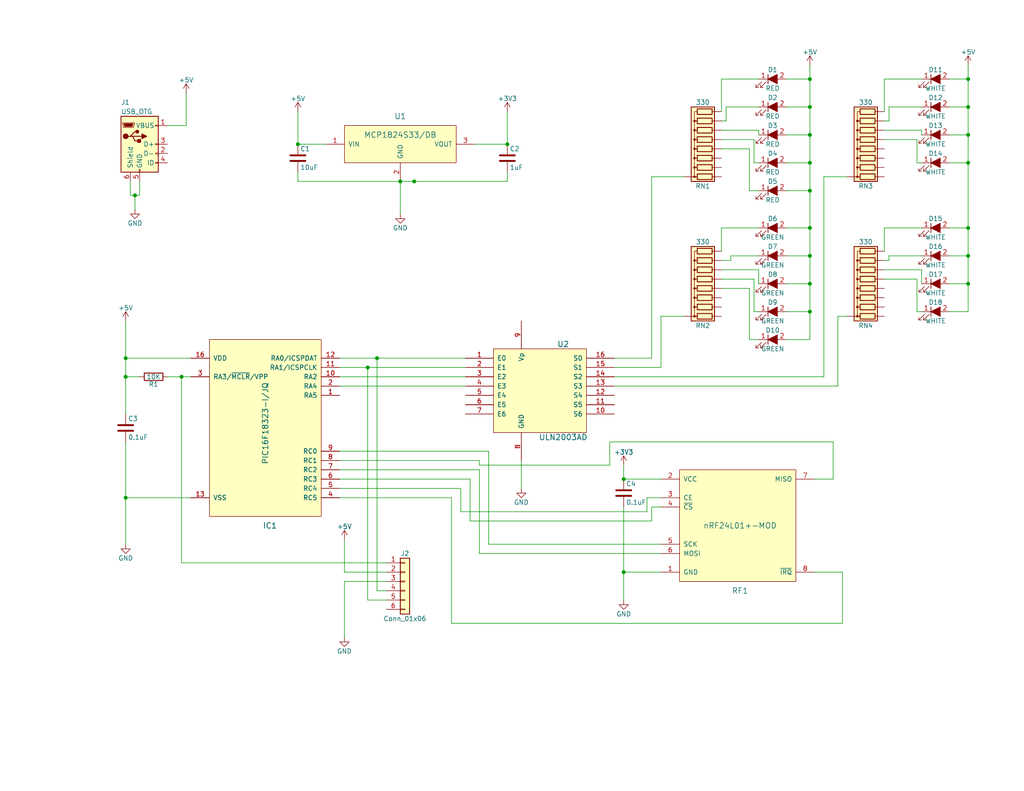
<source format=kicad_sch>
(kicad_sch (version 20230121) (generator eeschema)
  (paper "USLetter")
  (title_block (title "Wireless Fencing Score Indicator - Receiver") (date "2018-03-01") (rev "1") (company "David's Makerworks - David Rice") (comment 1 "github.com/davidsmakerworks"))
  (lib_symbols
    (symbol "FencingScoreRecv-rescue:+3.3V" (power) (pin_names (offset 0))
      (property "Value" "+3.3V" (at 0 3.556 0))
      (symbol "+3.3V_0_1"
        (polyline (pts (xy -0.762 1.27) (xy 0 2.54)))
        (polyline (pts (xy 0 0) (xy 0 2.54)))
        (polyline (pts (xy 0 2.54) (xy 0.762 1.27)))
      )
      (symbol "+3.3V_1_1"
        (pin power_in line (at 0 0 90) (length 0) hide (name "+3V3") (number "1"))
      )
    )
    (symbol "FencingScoreRecv-rescue:+5V" (power) (pin_names (offset 0))
      (property "Value" "+5V" (at 0 3.556 0))
      (symbol "+5V_0_1"
        (polyline (pts (xy -0.762 1.27) (xy 0 2.54)))
        (polyline (pts (xy 0 0) (xy 0 2.54)))
        (polyline (pts (xy 0 2.54) (xy 0.762 1.27)))
      )
      (symbol "+5V_1_1"
        (pin power_in line (at 0 0 90) (length 0) hide (name "+5V") (number "1"))
      )
    )
    (symbol "FencingScoreRecv-rescue:C" (pin_numbers hide) (pin_names (offset 0.254))
      (property "Reference" "C" (at 0.635 2.54 0))
      (property "Value" "C" (at 0.635 -2.54 0))
      (symbol "C_0_1"
        (polyline (pts (xy -2.032 -0.762) (xy 2.032 -0.762)) (stroke (width 0.508)))
        (polyline (pts (xy -2.032 0.762) (xy 2.032 0.762)) (stroke (width 0.508)))
      )
      (symbol "C_1_1"
        (pin passive line (at 0 3.81 270) (length 2.794) (name "~") (number "1"))
        (pin passive line (at 0 -3.81 90) (length 2.794) (name "~") (number "2"))
      )
    )
    (symbol "FencingScoreRecv-rescue:Conn_01x06" (pin_names (offset 1.016) hide)
      (property "Reference" "J" (at 0 7.62 0))
      (property "Value" "Conn_01x06" (at 0 -10.16 0))
      (symbol "Conn_01x06_1_1"
        (rectangle (start -1.27 -7.493) (end 0 -7.747) (stroke (width 0.1524)))
        (rectangle (start -1.27 -4.953) (end 0 -5.207) (stroke (width 0.1524)))
        (rectangle (start -1.27 -2.413) (end 0 -2.667) (stroke (width 0.1524)))
        (rectangle (start -1.27 0.127) (end 0 -0.127) (stroke (width 0.1524)))
        (rectangle (start -1.27 2.667) (end 0 2.413) (stroke (width 0.1524)))
        (rectangle (start -1.27 5.207) (end 0 4.953) (stroke (width 0.1524)))
        (rectangle (start -1.27 6.35) (end 1.27 -8.89) (stroke (width 0.254)) (fill (type background)))
        (pin passive line (at -5.08 5.08 0) (length 3.81) (name "Pin_1") (number "1"))
        (pin passive line (at -5.08 2.54 0) (length 3.81) (name "Pin_2") (number "2"))
        (pin passive line (at -5.08 0 0) (length 3.81) (name "Pin_3") (number "3"))
        (pin passive line (at -5.08 -2.54 0) (length 3.81) (name "Pin_4") (number "4"))
        (pin passive line (at -5.08 -5.08 0) (length 3.81) (name "Pin_5") (number "5"))
        (pin passive line (at -5.08 -7.62 0) (length 3.81) (name "Pin_6") (number "6"))
      )
    )
    (symbol "FencingScoreRecv-rescue:GND" (power) (pin_names (offset 0))
      (property "Value" "GND" (at 0 -3.81 0))
      (symbol "GND_0_1"
        (polyline (pts (xy 0 0) (xy 0 -1.27) (xy 1.27 -1.27) (xy 0 -2.54) (xy -1.27 -1.27) (xy 0 -1.27)))
      )
      (symbol "GND_1_1"
        (pin power_in line (at 0 0 270) (length 0) hide (name "GND") (number "1"))
      )
    )
    (symbol "FencingScoreRecv-rescue:LED_ALT" (pin_names (offset 1.016) hide)
      (property "Reference" "D" (at 0 2.54 0))
      (property "Value" "LED_ALT" (at 0 -2.54 0))
      (symbol "LED_ALT_0_1"
        (polyline (pts (xy -1.27 -1.27) (xy -1.27 1.27)) (stroke (width 0.2032)))
        (polyline (pts (xy -1.27 0) (xy 1.27 0)))
        (polyline (pts (xy 1.27 -1.27) (xy 1.27 1.27) (xy -1.27 0) (xy 1.27 -1.27)) (stroke (width 0.2032)) (fill (type outline)))
        (polyline (pts (xy -3.048 -0.762) (xy -4.572 -2.286) (xy -3.81 -2.286) (xy -4.572 -2.286) (xy -4.572 -1.524)))
        (polyline (pts (xy -1.778 -0.762) (xy -3.302 -2.286) (xy -2.54 -2.286) (xy -3.302 -2.286) (xy -3.302 -1.524)))
      )
      (symbol "LED_ALT_1_1"
        (pin passive line (at -3.81 0 0) (length 2.54) (name "K") (number "1"))
        (pin passive line (at 3.81 0 180) (length 2.54) (name "A") (number "2"))
      )
    )
    (symbol "FencingScoreRecv-rescue:MCP1824S33_DB" (pin_names (offset 1.016))
      (property "Reference" "U" (at 0 7.62 0))
      (property "Value" "MCP1824S33_DB" (at 0 2.54 0))
      (symbol "MCP1824S33_DB_0_1"
        (rectangle (start -15.24 5.08) (end 15.24 -5.08) (fill (type background)))
      )
      (symbol "MCP1824S33_DB_1_1"
        (pin power_in line (at -20.32 0 0) (length 5.08) (name "VIN") (number "1"))
        (pin power_out line (at 0 -10.16 90) (length 5.08) (name "GND") (number "2"))
        (pin power_out line (at 20.32 0 180) (length 5.08) (name "VOUT") (number "3"))
        (pin power_out line (at 3.81 -10.16 90) (length 5.08) hide (name "GND") (number "4"))
      )
    )
    (symbol "FencingScoreRecv-rescue:PIC16F18323-I_JQ" (pin_names (offset 1.016))
      (property "Reference" "IC" (at 1.27 -27.94 0))
      (property "Value" "PIC16F18323-I_JQ" (at 0 0 90))
      (symbol "PIC16F18323-I_JQ_0_1"
        (rectangle (start -15.24 22.86) (end 15.24 -25.4) (fill (type background)))
      )
      (symbol "PIC16F18323-I_JQ_1_1"
        (pin bidirectional line (at 20.32 7.62 180) (length 5.08) (name "RA5") (number "1"))
        (pin bidirectional line (at 20.32 12.7 180) (length 5.08) (name "RA2") (number "10"))
        (pin bidirectional line (at 20.32 15.24 180) (length 5.08) (name "RA1/ICSPCLK") (number "11"))
        (pin bidirectional line (at 20.32 17.78 180) (length 5.08) (name "RA0/ICSPDAT") (number "12"))
        (pin bidirectional line (at -20.32 -20.32 0) (length 5.08) (name "VSS") (number "13"))
        (pin no_connect line (at -20.32 1.27 0) (length 5.08) hide (name "NC") (number "14"))
        (pin no_connect line (at -20.32 -1.27 0) (length 5.08) hide (name "NC") (number "15"))
        (pin power_in line (at -20.32 17.78 0) (length 5.08) (name "VDD") (number "16"))
        (pin bidirectional line (at 20.32 10.16 180) (length 5.08) (name "RA4") (number "2"))
        (pin bidirectional line (at -20.32 12.7 0) (length 5.08) (name "RA3/~{MCLR}/VPP") (number "3"))
        (pin bidirectional line (at 20.32 -20.32 180) (length 5.08) (name "RC5") (number "4"))
        (pin bidirectional line (at 20.32 -17.78 180) (length 5.08) (name "RC4") (number "5"))
        (pin bidirectional line (at 20.32 -15.24 180) (length 5.08) (name "RC3") (number "6"))
        (pin bidirectional line (at 20.32 -12.7 180) (length 5.08) (name "RC2") (number "7"))
        (pin bidirectional line (at 20.32 -10.16 180) (length 5.08) (name "RC1") (number "8"))
        (pin bidirectional line (at 20.32 -7.62 180) (length 5.08) (name "RC0") (number "9"))
      )
    )
    (symbol "FencingScoreRecv-rescue:R" (pin_numbers hide) (pin_names (offset 0))
      (property "Reference" "R" (at 2.032 0 90))
      (property "Value" "R" (at 0 0 90))
      (symbol "R_0_1"
        (rectangle (start -1.016 -2.54) (end 1.016 2.54) (stroke (width 0.254)))
      )
      (symbol "R_1_1"
        (pin passive line (at 0 3.81 270) (length 1.27) (name "~") (number "1"))
        (pin passive line (at 0 -3.81 90) (length 1.27) (name "~") (number "2"))
      )
    )
    (symbol "FencingScoreRecv-rescue:R_Network08" (pin_numbers hide) (pin_names (offset 0) hide)
      (property "Reference" "RN" (at -12.7 0 90))
      (property "Value" "R_Network08" (at 10.16 0 90))
      (symbol "R_Network08_0_1"
        (rectangle (start -11.43 -3.175) (end 8.89 3.175) (stroke (width 0.254)) (fill (type background)))
        (rectangle (start -10.922 1.524) (end -9.398 -2.54) (stroke (width 0.254)))
        (circle (center -10.16 2.286) (radius 0.254) (fill (type outline)))
        (rectangle (start -8.382 1.524) (end -6.858 -2.54) (stroke (width 0.254)))
        (circle (center -7.62 2.286) (radius 0.254) (fill (type outline)))
        (rectangle (start -5.842 1.524) (end -4.318 -2.54) (stroke (width 0.254)))
        (circle (center -5.08 2.286) (radius 0.254) (fill (type outline)))
        (rectangle (start -3.302 1.524) (end -1.778 -2.54) (stroke (width 0.254)))
        (circle (center -2.54 2.286) (radius 0.254) (fill (type outline)))
        (rectangle (start -0.762 1.524) (end 0.762 -2.54) (stroke (width 0.254)))
        (polyline (pts (xy -10.16 2.54) (xy -10.16 1.524)))
        (polyline (pts (xy -10.16 1.524) (xy -10.16 2.286) (xy -7.62 2.286) (xy -7.62 1.524)))
        (polyline (pts (xy -7.62 1.524) (xy -7.62 2.286) (xy -5.08 2.286) (xy -5.08 1.524)))
        (polyline (pts (xy -5.08 1.524) (xy -5.08 2.286) (xy -2.54 2.286) (xy -2.54 1.524)))
        (polyline (pts (xy -2.54 1.524) (xy -2.54 2.286) (xy 0 2.286) (xy 0 1.524)))
        (polyline (pts (xy 0 1.524) (xy 0 2.286) (xy 2.54 2.286) (xy 2.54 1.524)))
        (polyline (pts (xy 2.54 1.524) (xy 2.54 2.286) (xy 5.08 2.286) (xy 5.08 1.524)))
        (polyline (pts (xy 5.08 1.524) (xy 5.08 2.286) (xy 7.62 2.286) (xy 7.62 1.524)))
        (circle (center 0 2.286) (radius 0.254) (fill (type outline)))
        (rectangle (start 1.778 1.524) (end 3.302 -2.54) (stroke (width 0.254)))
        (circle (center 2.54 2.286) (radius 0.254) (fill (type outline)))
        (rectangle (start 4.318 1.524) (end 5.842 -2.54) (stroke (width 0.254)))
        (circle (center 5.08 2.286) (radius 0.254) (fill (type outline)))
        (rectangle (start 6.858 1.524) (end 8.382 -2.54) (stroke (width 0.254)))
      )
      (symbol "R_Network08_1_1"
        (pin passive line (at -10.16 5.08 270) (length 2.54) (name "common") (number "1"))
        (pin passive line (at -10.16 -5.08 90) (length 2.54) (name "R1") (number "2"))
        (pin passive line (at -7.62 -5.08 90) (length 2.54) (name "R2") (number "3"))
        (pin passive line (at -5.08 -5.08 90) (length 2.54) (name "R3") (number "4"))
        (pin passive line (at -2.54 -5.08 90) (length 2.54) (name "R4") (number "5"))
        (pin passive line (at 0 -5.08 90) (length 2.54) (name "R5") (number "6"))
        (pin passive line (at 2.54 -5.08 90) (length 2.54) (name "R6") (number "7"))
        (pin passive line (at 5.08 -5.08 90) (length 2.54) (name "R7") (number "8"))
        (pin passive line (at 7.62 -5.08 90) (length 2.54) (name "R8") (number "9"))
      )
    )
    (symbol "FencingScoreRecv-rescue:ULN2003AD" (pin_names (offset 1.016))
      (property "Reference" "U" (at 6.35 12.7 0))
      (property "Value" "ULN2003AD" (at 6.35 -12.7 0))
      (symbol "ULN2003AD_0_1"
        (rectangle (start -12.7 11.43) (end 12.7 -11.43) (fill (type background)))
      )
      (symbol "ULN2003AD_1_1"
        (pin passive line (at -20.32 8.89 0) (length 7.62) (name "E0") (number "1"))
        (pin passive line (at 20.32 -6.35 180) (length 7.62) (name "S6") (number "10"))
        (pin passive line (at 20.32 -3.81 180) (length 7.62) (name "S5") (number "11"))
        (pin passive line (at 20.32 -1.27 180) (length 7.62) (name "S4") (number "12"))
        (pin passive line (at 20.32 1.27 180) (length 7.62) (name "S3") (number "13"))
        (pin passive line (at 20.32 3.81 180) (length 7.62) (name "S2") (number "14"))
        (pin passive line (at 20.32 6.35 180) (length 7.62) (name "S1") (number "15"))
        (pin passive line (at 20.32 8.89 180) (length 7.62) (name "S0") (number "16"))
        (pin passive line (at -20.32 6.35 0) (length 7.62) (name "E1") (number "2"))
        (pin passive line (at -20.32 3.81 0) (length 7.62) (name "E2") (number "3"))
        (pin passive line (at -20.32 1.27 0) (length 7.62) (name "E3") (number "4"))
        (pin passive line (at -20.32 -1.27 0) (length 7.62) (name "E4") (number "5"))
        (pin passive line (at -20.32 -3.81 0) (length 7.62) (name "E5") (number "6"))
        (pin passive line (at -20.32 -6.35 0) (length 7.62) (name "E6") (number "7"))
        (pin passive line (at -5.08 -19.05 90) (length 7.62) (name "GND") (number "8"))
        (pin passive line (at -5.08 19.05 270) (length 7.62) (name "Vp") (number "9"))
      )
    )
    (symbol "FencingScoreRecv-rescue:USB_OTG" (pin_names (offset 1.016))
      (property "Reference" "J" (at -5.08 11.43 0))
      (property "Value" "USB_OTG" (at -5.08 8.89 0))
      (symbol "USB_OTG_0_1"
        (rectangle (start -5.08 -7.62) (end 5.08 7.62) (stroke (width 0.254)) (fill (type background)))
        (circle (center -3.81 2.159) (radius 0.635) (stroke (width 0.254)) (fill (type outline)))
        (circle (center -0.635 3.429) (radius 0.381) (stroke (width 0.254)) (fill (type outline)))
        (rectangle (start -0.127 -7.62) (end 0.127 -6.858))
        (polyline (pts (xy -1.905 2.159) (xy 0.635 2.159)) (stroke (width 0.254)))
        (polyline (pts (xy -3.175 2.159) (xy -2.54 2.159) (xy -1.27 3.429) (xy -0.635 3.429)) (stroke (width 0.254)))
        (polyline (pts (xy -2.54 2.159) (xy -1.905 2.159) (xy -1.27 0.889) (xy 0 0.889)) (stroke (width 0.254)))
        (polyline (pts (xy 0.635 2.794) (xy 0.635 1.524) (xy 1.905 2.159) (xy 0.635 2.794)) (stroke (width 0.254)) (fill (type outline)))
        (polyline (pts (xy -4.318 5.588) (xy -1.778 5.588) (xy -2.032 4.826) (xy -4.064 4.826) (xy -4.318 5.588)) (fill (type outline)))
        (polyline (pts (xy -4.699 5.842) (xy -4.699 5.588) (xy -4.445 4.826) (xy -4.445 4.572) (xy -1.651 4.572) (xy -1.651 4.826) (xy -1.397 5.588) (xy -1.397 5.842) (xy -4.699 5.842)))
        (rectangle (start 0.254 1.27) (end -0.508 0.508) (stroke (width 0.254)) (fill (type outline)))
        (rectangle (start 5.08 -5.207) (end 4.318 -4.953))
        (rectangle (start 5.08 -2.667) (end 4.318 -2.413))
        (rectangle (start 5.08 -0.127) (end 4.318 0.127))
        (rectangle (start 5.08 4.953) (end 4.318 5.207))
      )
      (symbol "USB_OTG_1_1"
        (pin power_in line (at 7.62 5.08 180) (length 2.54) (name "VBUS") (number "1"))
        (pin passive line (at 7.62 -2.54 180) (length 2.54) (name "D-") (number "2"))
        (pin passive line (at 7.62 0 180) (length 2.54) (name "D+") (number "3"))
        (pin passive line (at 7.62 -5.08 180) (length 2.54) (name "ID") (number "4"))
        (pin power_in line (at 0 -10.16 90) (length 2.54) (name "GND") (number "5"))
        (pin passive line (at -2.54 -10.16 90) (length 2.54) (name "Shield") (number "6"))
      )
    )
    (symbol "FencingScoreRecv-rescue:nRF24L01+-MOD" (pin_names (offset 1.016))
      (property "Reference" "RF" (at 0 -17.78 0))
      (property "Value" "nRF24L01+-MOD" (at 0 0 0))
      (symbol "nRF24L01+-MOD_0_1"
        (rectangle (start -16.51 15.24) (end 15.24 -15.24) (fill (type background)))
      )
      (symbol "nRF24L01+-MOD_1_1"
        (pin power_out line (at -21.59 -12.7 0) (length 5.08) (name "GND") (number "1"))
        (pin power_in line (at -21.59 12.7 0) (length 5.08) (name "VCC") (number "2"))
        (pin input line (at -21.59 7.62 0) (length 5.08) (name "CE") (number "3"))
        (pin input line (at -21.59 5.08 0) (length 5.08) (name "~{CS}") (number "4"))
        (pin input line (at -21.59 -5.08 0) (length 5.08) (name "SCK") (number "5"))
        (pin input line (at -21.59 -7.62 0) (length 5.08) (name "MOSI") (number "6"))
        (pin output line (at 20.32 12.7 180) (length 5.08) (name "MISO") (number "7"))
        (pin output line (at 20.32 -12.7 180) (length 5.08) (name "~{IRQ}") (number "8"))
      )
    )
  )
  (junction (at 264.16 69.85))
  (junction (at 49.53 102.87))
  (junction (at 220.98 62.23))
  (junction (at 264.16 21.59))
  (junction (at 264.16 36.83))
  (junction (at 170.18 130.81))
  (junction (at 138.43 39.37))
  (junction (at 34.29 97.79))
  (junction (at 102.87 97.79))
  (junction (at 220.98 85.09))
  (junction (at 100.33 100.33))
  (junction (at 220.98 21.59))
  (junction (at 220.98 69.85))
  (junction (at 220.98 44.45))
  (junction (at 264.16 62.23))
  (junction (at 109.22 49.53))
  (junction (at 34.29 102.87))
  (junction (at 220.98 29.21))
  (junction (at 34.29 135.89))
  (junction (at 220.98 36.83))
  (junction (at 264.16 77.47))
  (junction (at 264.16 29.21))
  (junction (at 264.16 44.45))
  (junction (at 113.03 49.53))
  (junction (at 220.98 52.07))
  (junction (at 81.28 39.37))
  (junction (at 170.18 156.21))
  (junction (at 36.83 53.34))
  (junction (at 220.98 77.47))
  (wire (pts (xy 242.57 33.02) (xy 242.57 29.21)))
  (wire (pts (xy 52.07 102.87) (xy 49.53 102.87)))
  (wire (pts (xy 176.53 135.89) (xy 180.34 135.89)))
  (wire (pts (xy 176.53 139.7) (xy 176.53 135.89)))
  (wire (pts (xy 93.98 156.21) (xy 93.98 147.32)))
  (wire (pts (xy 45.72 34.29) (xy 50.8 34.29)))
  (wire (pts (xy 92.71 123.19) (xy 133.35 123.19)))
  (wire (pts (xy 220.98 44.45) (xy 220.98 52.07)))
  (wire (pts (xy 220.98 85.09) (xy 220.98 92.71)))
  (wire (pts (xy 241.3 62.23) (xy 251.46 62.23)))
  (wire (pts (xy 105.41 153.67) (xy 49.53 153.67)))
  (wire (pts (xy 36.83 53.34) (xy 38.1 53.34)))
  (wire (pts (xy 36.83 53.34) (xy 36.83 57.15)))
  (wire (pts (xy 88.9 39.37) (xy 81.28 39.37)))
  (wire (pts (xy 196.85 21.59) (xy 196.85 30.48)))
  (wire (pts (xy 214.63 85.09) (xy 220.98 85.09)))
  (wire (pts (xy 196.85 62.23) (xy 196.85 68.58)))
  (wire (pts (xy 34.29 87.63) (xy 34.29 97.79)))
  (wire (pts (xy 92.71 130.81) (xy 128.27 130.81)))
  (wire (pts (xy 224.79 102.87) (xy 224.79 48.26)))
  (wire (pts (xy 204.47 52.07) (xy 207.01 52.07)))
  (wire (pts (xy 205.74 85.09) (xy 205.74 76.2)))
  (wire (pts (xy 220.98 69.85) (xy 220.98 77.47)))
  (wire (pts (xy 128.27 142.24) (xy 177.8 142.24)))
  (wire (pts (xy 34.29 97.79) (xy 34.29 102.87)))
  (wire (pts (xy 180.34 130.81) (xy 170.18 130.81)))
  (wire (pts (xy 224.79 48.26) (xy 231.14 48.26)))
  (wire (pts (xy 259.08 44.45) (xy 264.16 44.45)))
  (wire (pts (xy 222.25 156.21) (xy 229.87 156.21)))
  (wire (pts (xy 207.01 73.66) (xy 196.85 73.66)))
  (wire (pts (xy 109.22 49.53) (xy 109.22 58.42)))
  (wire (pts (xy 207.01 92.71) (xy 204.47 92.71)))
  (wire (pts (xy 198.12 29.21) (xy 207.01 29.21)))
  (wire (pts (xy 125.73 139.7) (xy 176.53 139.7)))
  (wire (pts (xy 133.35 123.19) (xy 133.35 148.59)))
  (wire (pts (xy 177.8 48.26) (xy 186.69 48.26)))
  (wire (pts (xy 180.34 100.33) (xy 180.34 86.36)))
  (wire (pts (xy 241.3 68.58) (xy 241.3 62.23)))
  (wire (pts (xy 250.19 76.2) (xy 250.19 85.09)))
  (wire (pts (xy 123.19 135.89) (xy 92.71 135.89)))
  (wire (pts (xy 220.98 77.47) (xy 220.98 85.09)))
  (wire (pts (xy 241.3 38.1) (xy 250.19 38.1)))
  (wire (pts (xy 250.19 85.09) (xy 251.46 85.09)))
  (wire (pts (xy 228.6 86.36) (xy 231.14 86.36)))
  (wire (pts (xy 259.08 36.83) (xy 264.16 36.83)))
  (wire (pts (xy 35.56 49.53) (xy 35.56 53.34)))
  (wire (pts (xy 241.3 30.48) (xy 241.3 21.59)))
  (wire (pts (xy 92.71 105.41) (xy 127 105.41)))
  (wire (pts (xy 227.33 130.81) (xy 222.25 130.81)))
  (wire (pts (xy 250.19 38.1) (xy 250.19 44.45)))
  (wire (pts (xy 198.12 33.02) (xy 198.12 29.21)))
  (wire (pts (xy 133.35 148.59) (xy 180.34 148.59)))
  (wire (pts (xy 50.8 34.29) (xy 50.8 25.4)))
  (wire (pts (xy 177.8 142.24) (xy 177.8 138.43)))
  (wire (pts (xy 81.28 49.53) (xy 109.22 49.53)))
  (wire (pts (xy 142.24 125.73) (xy 142.24 133.35)))
  (wire (pts (xy 92.71 133.35) (xy 125.73 133.35)))
  (wire (pts (xy 199.39 71.12) (xy 196.85 71.12)))
  (wire (pts (xy 52.07 135.89) (xy 34.29 135.89)))
  (wire (pts (xy 35.56 53.34) (xy 36.83 53.34)))
  (wire (pts (xy 113.03 49.53) (xy 138.43 49.53)))
  (wire (pts (xy 130.81 125.73) (xy 130.81 127)))
  (wire (pts (xy 130.81 127) (xy 166.37 127)))
  (wire (pts (xy 214.63 62.23) (xy 220.98 62.23)))
  (wire (pts (xy 128.27 130.81) (xy 128.27 142.24)))
  (wire (pts (xy 49.53 153.67) (xy 49.53 102.87)))
  (wire (pts (xy 177.8 138.43) (xy 180.34 138.43)))
  (wire (pts (xy 259.08 62.23) (xy 264.16 62.23)))
  (wire (pts (xy 125.73 133.35) (xy 125.73 139.7)))
  (wire (pts (xy 123.19 170.18) (xy 123.19 135.89)))
  (wire (pts (xy 242.57 29.21) (xy 251.46 29.21)))
  (wire (pts (xy 92.71 128.27) (xy 130.81 128.27)))
  (wire (pts (xy 92.71 100.33) (xy 100.33 100.33)))
  (wire (pts (xy 81.28 46.99) (xy 81.28 49.53)))
  (wire (pts (xy 264.16 69.85) (xy 264.16 62.23)))
  (wire (pts (xy 92.71 125.73) (xy 130.81 125.73)))
  (wire (pts (xy 264.16 36.83) (xy 264.16 29.21)))
  (wire (pts (xy 264.16 85.09) (xy 264.16 77.47)))
  (wire (pts (xy 205.74 76.2) (xy 196.85 76.2)))
  (wire (pts (xy 259.08 21.59) (xy 264.16 21.59)))
  (wire (pts (xy 34.29 120.65) (xy 34.29 135.89)))
  (wire (pts (xy 241.3 76.2) (xy 250.19 76.2)))
  (wire (pts (xy 199.39 69.85) (xy 199.39 71.12)))
  (wire (pts (xy 214.63 29.21) (xy 220.98 29.21)))
  (wire (pts (xy 220.98 52.07) (xy 220.98 62.23)))
  (wire (pts (xy 52.07 97.79) (xy 34.29 97.79)))
  (wire (pts (xy 166.37 127) (xy 166.37 120.65)))
  (wire (pts (xy 38.1 53.34) (xy 38.1 49.53)))
  (wire (pts (xy 220.98 29.21) (xy 220.98 36.83)))
  (wire (pts (xy 204.47 40.64) (xy 204.47 52.07)))
  (wire (pts (xy 214.63 44.45) (xy 220.98 44.45)))
  (wire (pts (xy 264.16 77.47) (xy 264.16 69.85)))
  (wire (pts (xy 207.01 85.09) (xy 205.74 85.09)))
  (wire (pts (xy 102.87 161.29) (xy 102.87 97.79)))
  (wire (pts (xy 227.33 120.65) (xy 227.33 130.81)))
  (wire (pts (xy 167.64 100.33) (xy 180.34 100.33)))
  (wire (pts (xy 220.98 92.71) (xy 214.63 92.71)))
  (wire (pts (xy 264.16 62.23) (xy 264.16 44.45)))
  (wire (pts (xy 180.34 86.36) (xy 186.69 86.36)))
  (wire (pts (xy 214.63 36.83) (xy 220.98 36.83)))
  (wire (pts (xy 207.01 77.47) (xy 207.01 73.66)))
  (wire (pts (xy 207.01 69.85) (xy 199.39 69.85)))
  (wire (pts (xy 105.41 161.29) (xy 102.87 161.29)))
  (wire (pts (xy 241.3 33.02) (xy 242.57 33.02)))
  (wire (pts (xy 138.43 30.48) (xy 138.43 39.37)))
  (wire (pts (xy 205.74 38.1) (xy 205.74 44.45)))
  (wire (pts (xy 204.47 78.74) (xy 196.85 78.74)))
  (wire (pts (xy 170.18 138.43) (xy 170.18 156.21)))
  (wire (pts (xy 93.98 158.75) (xy 93.98 173.99)))
  (wire (pts (xy 92.71 97.79) (xy 102.87 97.79)))
  (wire (pts (xy 130.81 151.13) (xy 180.34 151.13)))
  (wire (pts (xy 196.85 33.02) (xy 198.12 33.02)))
  (wire (pts (xy 207.01 62.23) (xy 196.85 62.23)))
  (wire (pts (xy 180.34 156.21) (xy 170.18 156.21)))
  (wire (pts (xy 196.85 35.56) (xy 207.01 35.56)))
  (wire (pts (xy 81.28 39.37) (xy 81.28 30.48)))
  (wire (pts (xy 102.87 97.79) (xy 127 97.79)))
  (wire (pts (xy 214.63 21.59) (xy 220.98 21.59)))
  (wire (pts (xy 241.3 35.56) (xy 251.46 35.56)))
  (wire (pts (xy 170.18 156.21) (xy 170.18 163.83)))
  (wire (pts (xy 105.41 156.21) (xy 93.98 156.21)))
  (wire (pts (xy 138.43 49.53) (xy 138.43 46.99)))
  (wire (pts (xy 242.57 71.12) (xy 242.57 69.85)))
  (wire (pts (xy 167.64 105.41) (xy 228.6 105.41)))
  (wire (pts (xy 241.3 73.66) (xy 251.46 73.66)))
  (wire (pts (xy 207.01 21.59) (xy 196.85 21.59)))
  (wire (pts (xy 229.87 170.18) (xy 123.19 170.18)))
  (wire (pts (xy 34.29 135.89) (xy 34.29 148.59)))
  (wire (pts (xy 34.29 102.87) (xy 34.29 113.03)))
  (wire (pts (xy 100.33 100.33) (xy 127 100.33)))
  (wire (pts (xy 196.85 38.1) (xy 205.74 38.1)))
  (wire (pts (xy 38.1 102.87) (xy 34.29 102.87)))
  (wire (pts (xy 205.74 44.45) (xy 207.01 44.45)))
  (wire (pts (xy 214.63 69.85) (xy 220.98 69.85)))
  (wire (pts (xy 220.98 36.83) (xy 220.98 44.45)))
  (wire (pts (xy 167.64 102.87) (xy 224.79 102.87)))
  (wire (pts (xy 228.6 105.41) (xy 228.6 86.36)))
  (wire (pts (xy 167.64 97.79) (xy 177.8 97.79)))
  (wire (pts (xy 259.08 69.85) (xy 264.16 69.85)))
  (wire (pts (xy 264.16 21.59) (xy 264.16 17.78)))
  (wire (pts (xy 130.81 128.27) (xy 130.81 151.13)))
  (wire (pts (xy 241.3 71.12) (xy 242.57 71.12)))
  (wire (pts (xy 259.08 85.09) (xy 264.16 85.09)))
  (wire (pts (xy 259.08 29.21) (xy 264.16 29.21)))
  (wire (pts (xy 109.22 49.53) (xy 113.03 49.53)))
  (wire (pts (xy 196.85 40.64) (xy 204.47 40.64)))
  (wire (pts (xy 259.08 77.47) (xy 264.16 77.47)))
  (wire (pts (xy 204.47 92.71) (xy 204.47 78.74)))
  (wire (pts (xy 251.46 73.66) (xy 251.46 77.47)))
  (wire (pts (xy 207.01 35.56) (xy 207.01 36.83)))
  (wire (pts (xy 220.98 17.78) (xy 220.98 21.59)))
  (wire (pts (xy 92.71 102.87) (xy 127 102.87)))
  (wire (pts (xy 251.46 35.56) (xy 251.46 36.83)))
  (wire (pts (xy 138.43 39.37) (xy 129.54 39.37)))
  (wire (pts (xy 214.63 77.47) (xy 220.98 77.47)))
  (wire (pts (xy 49.53 102.87) (xy 45.72 102.87)))
  (wire (pts (xy 264.16 44.45) (xy 264.16 36.83)))
  (wire (pts (xy 105.41 158.75) (xy 93.98 158.75)))
  (wire (pts (xy 214.63 52.07) (xy 220.98 52.07)))
  (wire (pts (xy 264.16 29.21) (xy 264.16 21.59)))
  (wire (pts (xy 177.8 97.79) (xy 177.8 48.26)))
  (wire (pts (xy 241.3 21.59) (xy 251.46 21.59)))
  (wire (pts (xy 100.33 100.33) (xy 100.33 163.83)))
  (wire (pts (xy 250.19 44.45) (xy 251.46 44.45)))
  (wire (pts (xy 229.87 156.21) (xy 229.87 170.18)))
  (wire (pts (xy 220.98 62.23) (xy 220.98 69.85)))
  (wire (pts (xy 166.37 120.65) (xy 227.33 120.65)))
  (wire (pts (xy 170.18 130.81) (xy 170.18 127)))
  (wire (pts (xy 220.98 21.59) (xy 220.98 29.21)))
  (wire (pts (xy 100.33 163.83) (xy 105.41 163.83)))
  (wire (pts (xy 242.57 69.85) (xy 251.46 69.85)))
  (symbol (lib_id "FencingScoreRecv-rescue:USB_OTG") (at 38.1 39.37 0) (unit 1)
    (property "Reference" "J1" (at 33.02 27.94 0) (effects (justify left)))
    (property "Value" "USB_OTG" (at 33.02 30.48 0) (effects (justify left)))
    (property "Footprint" "DavidsMakerWorks_Custom:Molex_105164-0001_MicroUSB" (effects hide))
  )
  (symbol (lib_id "FencingScoreRecv-rescue:MCP1824S33_DB") (at 109.22 39.37 0) (unit 1)
    (property "Reference" "U1" (at 109.22 31.75 0) (effects (font (size 1.524 1.524))))
    (property "Value" "MCP1824S33/DB" (at 109.22 36.83 0) (effects (font (size 1.524 1.524))))
    (property "Footprint" "TO_SOT_Packages_SMD:SOT-223" (effects hide))
  )
  (symbol (lib_id "FencingScoreRecv-rescue:nRF24L01+-MOD") (at 201.93 143.51 0) (unit 1)
    (property "Reference" "RF1" (at 201.93 161.29 0) (effects (font (size 1.524 1.524))))
    (property "Value" "nRF24L01+-MOD" (at 201.93 143.51 0) (effects (font (size 1.524 1.524))))
    (property "Footprint" "DavidsMakerWorks_Custom:nRF24L01+-Module" (effects hide))
  )
  (symbol (lib_id "FencingScoreRecv-rescue:PIC16F18323-I_JQ") (at 72.39 115.57 0) (unit 1)
    (property "Reference" "IC1" (at 73.66 143.51 0) (effects (font (size 1.524 1.524))))
    (property "Value" "PIC16F18323-I/JQ" (at 72.39 115.57 90) (effects (font (size 1.524 1.524))))
    (property "Footprint" "Housings_DFN_QFN:QFN-16-1EP_4x4mm_Pitch0.65mm" (effects hide))
  )
  (symbol (lib_id "FencingScoreRecv-rescue:R_Network08") (at 191.77 38.1 90) (unit 1)
    (property "Reference" "RN1" (at 191.77 50.8 90))
    (property "Value" "330" (at 191.77 27.94 90))
    (property "Footprint" "Resistors_THT:R_Array_SIP9" (effects hide))
  )
  (symbol (lib_id "FencingScoreRecv-rescue:R_Network08") (at 191.77 76.2 90) (unit 1)
    (property "Reference" "RN2" (at 191.77 88.9 90))
    (property "Value" "330" (at 191.77 66.04 90))
    (property "Footprint" "Resistors_THT:R_Array_SIP9" (effects hide))
  )
  (symbol (lib_id "FencingScoreRecv-rescue:R_Network08") (at 236.22 38.1 90) (unit 1)
    (property "Reference" "RN3" (at 236.22 50.8 90))
    (property "Value" "330" (at 236.22 27.94 90))
    (property "Footprint" "Resistors_THT:R_Array_SIP9" (effects hide))
  )
  (symbol (lib_id "FencingScoreRecv-rescue:R_Network08") (at 236.22 76.2 90) (unit 1)
    (property "Reference" "RN4" (at 236.22 88.9 90))
    (property "Value" "330" (at 236.22 66.04 90))
    (property "Footprint" "Resistors_THT:R_Array_SIP9" (effects hide))
  )
  (symbol (lib_id "FencingScoreRecv-rescue:ULN2003AD") (at 147.32 106.68 0) (unit 1)
    (property "Reference" "U2" (at 153.67 93.98 0) (effects (font (size 1.524 1.524))))
    (property "Value" "ULN2003AD" (at 153.67 119.38 0) (effects (font (size 1.524 1.524))))
    (property "Footprint" "Housings_SOIC:SOIC-16_3.9x9.9mm_Pitch1.27mm" (effects hide))
  )
  (symbol (lib_id "FencingScoreRecv-rescue:C") (at 170.18 134.62 0) (unit 1)
    (property "Reference" "C4" (at 170.815 132.08 0) (effects (justify left)))
    (property "Value" "0.1uF" (at 170.815 137.16 0) (effects (justify left)))
    (property "Footprint" "Capacitors_SMD:C_0603" (effects hide))
  )
  (symbol (lib_id "FencingScoreRecv-rescue:C") (at 138.43 43.18 0) (unit 1)
    (property "Reference" "C2" (at 139.065 40.64 0) (effects (justify left)))
    (property "Value" "1uF" (at 139.065 45.72 0) (effects (justify left)))
    (property "Footprint" "Capacitors_SMD:C_0805" (effects hide))
  )
  (symbol (lib_id "FencingScoreRecv-rescue:C") (at 34.29 116.84 0) (unit 1)
    (property "Reference" "C3" (at 34.925 114.3 0) (effects (justify left)))
    (property "Value" "0.1uF" (at 34.925 119.38 0) (effects (justify left)))
    (property "Footprint" "Capacitors_SMD:C_0603" (effects hide))
  )
  (symbol (lib_id "FencingScoreRecv-rescue:C") (at 81.28 43.18 0) (unit 1)
    (property "Reference" "C1" (at 81.915 40.64 0) (effects (justify left)))
    (property "Value" "10uF" (at 81.915 45.72 0) (effects (justify left)))
    (property "Footprint" "Capacitors_SMD:C_0805" (effects hide))
  )
  (symbol (lib_id "FencingScoreRecv-rescue:R") (at 41.91 102.87 270) (unit 1)
    (property "Reference" "R1" (at 41.91 104.902 90))
    (property "Value" "10K" (at 41.91 102.87 90))
    (property "Footprint" "Resistors_SMD:R_0805" (effects hide))
  )
  (symbol (lib_id "FencingScoreRecv-rescue:Conn_01x06") (at 110.49 158.75 0) (unit 1)
    (property "Reference" "J2" (at 110.49 151.13 0))
    (property "Value" "Conn_01x06" (at 110.49 168.91 0))
    (property "Footprint" "Pin_Headers:Pin_Header_Straight_1x06_Pitch2.54mm" (effects hide))
  )
  (symbol (lib_id "FencingScoreRecv-rescue:+5V") (at 50.8 25.4 0) (unit 1)
    (property "Reference" "#PWR01" (effects hide))
    (property "Value" "+5V" (at 50.8 21.844 0))
  )
  (symbol (lib_id "FencingScoreRecv-rescue:GND") (at 36.83 57.15 0) (unit 1)
    (property "Reference" "#PWR02" (effects hide))
    (property "Value" "GND" (at 36.83 60.96 0))
  )
  (symbol (lib_id "FencingScoreRecv-rescue:GND") (at 109.22 58.42 0) (unit 1)
    (property "Reference" "#PWR03" (effects hide))
    (property "Value" "GND" (at 109.22 62.23 0))
  )
  (symbol (lib_id "FencingScoreRecv-rescue:+5V") (at 81.28 30.48 0) (unit 1)
    (property "Reference" "#PWR04" (effects hide))
    (property "Value" "+5V" (at 81.28 26.924 0))
  )
  (symbol (lib_id "FencingScoreRecv-rescue:+3.3V") (at 138.43 30.48 0) (unit 1)
    (property "Reference" "#PWR05" (effects hide))
    (property "Value" "+3.3V" (at 138.43 26.924 0))
  )
  (symbol (lib_id "FencingScoreRecv-rescue:LED_ALT") (at 210.82 21.59 0) (unit 1)
    (property "Reference" "D1" (at 210.82 19.05 0))
    (property "Value" "RED" (at 210.82 24.13 0))
    (property "Footprint" "LEDs:LED_D5.0mm" (effects hide))
  )
  (symbol (lib_id "FencingScoreRecv-rescue:LED_ALT") (at 210.82 29.21 0) (unit 1)
    (property "Reference" "D2" (at 210.82 26.67 0))
    (property "Value" "RED" (at 210.82 31.75 0))
    (property "Footprint" "LEDs:LED_D5.0mm" (effects hide))
  )
  (symbol (lib_id "FencingScoreRecv-rescue:LED_ALT") (at 210.82 36.83 0) (unit 1)
    (property "Reference" "D3" (at 210.82 34.29 0))
    (property "Value" "RED" (at 210.82 39.37 0))
    (property "Footprint" "LEDs:LED_D5.0mm" (effects hide))
  )
  (symbol (lib_id "FencingScoreRecv-rescue:LED_ALT") (at 210.82 44.45 0) (unit 1)
    (property "Reference" "D4" (at 210.82 41.91 0))
    (property "Value" "RED" (at 210.82 46.99 0))
    (property "Footprint" "LEDs:LED_D5.0mm" (effects hide))
  )
  (symbol (lib_id "FencingScoreRecv-rescue:LED_ALT") (at 210.82 52.07 0) (unit 1)
    (property "Reference" "D5" (at 210.82 49.53 0))
    (property "Value" "RED" (at 210.82 54.61 0))
    (property "Footprint" "LEDs:LED_D5.0mm" (effects hide))
  )
  (symbol (lib_id "FencingScoreRecv-rescue:LED_ALT") (at 210.82 62.23 0) (unit 1)
    (property "Reference" "D6" (at 210.82 59.69 0))
    (property "Value" "GREEN" (at 210.82 64.77 0))
    (property "Footprint" "LEDs:LED_D5.0mm" (effects hide))
  )
  (symbol (lib_id "FencingScoreRecv-rescue:LED_ALT") (at 210.82 69.85 0) (unit 1)
    (property "Reference" "D7" (at 210.82 67.31 0))
    (property "Value" "GREEN" (at 210.82 72.39 0))
    (property "Footprint" "LEDs:LED_D5.0mm" (effects hide))
  )
  (symbol (lib_id "FencingScoreRecv-rescue:LED_ALT") (at 210.82 77.47 0) (unit 1)
    (property "Reference" "D8" (at 210.82 74.93 0))
    (property "Value" "GREEN" (at 210.82 80.01 0))
    (property "Footprint" "LEDs:LED_D5.0mm" (effects hide))
  )
  (symbol (lib_id "FencingScoreRecv-rescue:LED_ALT") (at 210.82 85.09 0) (unit 1)
    (property "Reference" "D9" (at 210.82 82.55 0))
    (property "Value" "GREEN" (at 210.82 87.63 0))
    (property "Footprint" "LEDs:LED_D5.0mm" (effects hide))
  )
  (symbol (lib_id "FencingScoreRecv-rescue:LED_ALT") (at 210.82 92.71 0) (unit 1)
    (property "Reference" "D10" (at 210.82 90.17 0))
    (property "Value" "GREEN" (at 210.82 95.25 0))
    (property "Footprint" "LEDs:LED_D5.0mm" (effects hide))
  )
  (symbol (lib_id "FencingScoreRecv-rescue:+5V") (at 220.98 17.78 0) (unit 1)
    (property "Reference" "#PWR06" (effects hide))
    (property "Value" "+5V" (at 220.98 14.224 0))
  )
  (symbol (lib_id "FencingScoreRecv-rescue:LED_ALT") (at 255.27 21.59 0) (unit 1)
    (property "Reference" "D11" (at 255.27 19.05 0))
    (property "Value" "WHITE" (at 255.27 24.13 0))
    (property "Footprint" "LEDs:LED_D5.0mm" (effects hide))
  )
  (symbol (lib_id "FencingScoreRecv-rescue:LED_ALT") (at 255.27 29.21 0) (unit 1)
    (property "Reference" "D12" (at 255.27 26.67 0))
    (property "Value" "WHITE" (at 255.27 31.75 0))
    (property "Footprint" "LEDs:LED_D5.0mm" (effects hide))
  )
  (symbol (lib_id "FencingScoreRecv-rescue:LED_ALT") (at 255.27 36.83 0) (unit 1)
    (property "Reference" "D13" (at 255.27 34.29 0))
    (property "Value" "WHITE" (at 255.27 39.37 0))
    (property "Footprint" "LEDs:LED_D5.0mm" (effects hide))
  )
  (symbol (lib_id "FencingScoreRecv-rescue:LED_ALT") (at 255.27 44.45 0) (unit 1)
    (property "Reference" "D14" (at 255.27 41.91 0))
    (property "Value" "WHITE" (at 255.27 46.99 0))
    (property "Footprint" "LEDs:LED_D5.0mm" (effects hide))
  )
  (symbol (lib_id "FencingScoreRecv-rescue:LED_ALT") (at 255.27 62.23 0) (unit 1)
    (property "Reference" "D15" (at 255.27 59.69 0))
    (property "Value" "WHITE" (at 255.27 64.77 0))
    (property "Footprint" "LEDs:LED_D5.0mm" (effects hide))
  )
  (symbol (lib_id "FencingScoreRecv-rescue:LED_ALT") (at 255.27 69.85 0) (unit 1)
    (property "Reference" "D16" (at 255.27 67.31 0))
    (property "Value" "WHITE" (at 255.27 72.39 0))
    (property "Footprint" "LEDs:LED_D5.0mm" (effects hide))
  )
  (symbol (lib_id "FencingScoreRecv-rescue:LED_ALT") (at 255.27 77.47 0) (unit 1)
    (property "Reference" "D17" (at 255.27 74.93 0))
    (property "Value" "WHITE" (at 255.27 80.01 0))
    (property "Footprint" "LEDs:LED_D5.0mm" (effects hide))
  )
  (symbol (lib_id "FencingScoreRecv-rescue:LED_ALT") (at 255.27 85.09 0) (unit 1)
    (property "Reference" "D18" (at 255.27 82.55 0))
    (property "Value" "WHITE" (at 255.27 87.63 0))
    (property "Footprint" "LEDs:LED_D5.0mm" (effects hide))
  )
  (symbol (lib_id "FencingScoreRecv-rescue:+5V") (at 264.16 17.78 0) (unit 1)
    (property "Reference" "#PWR07" (effects hide))
    (property "Value" "+5V" (at 264.16 14.224 0))
  )
  (symbol (lib_id "FencingScoreRecv-rescue:GND") (at 142.24 133.35 0) (unit 1)
    (property "Reference" "#PWR08" (effects hide))
    (property "Value" "GND" (at 142.24 137.16 0))
  )
  (symbol (lib_id "FencingScoreRecv-rescue:+3.3V") (at 170.18 127 0) (unit 1)
    (property "Reference" "#PWR09" (effects hide))
    (property "Value" "+3.3V" (at 170.18 123.444 0))
  )
  (symbol (lib_id "FencingScoreRecv-rescue:GND") (at 170.18 163.83 0) (unit 1)
    (property "Reference" "#PWR010" (effects hide))
    (property "Value" "GND" (at 170.18 167.64 0))
  )
  (symbol (lib_id "FencingScoreRecv-rescue:+5V") (at 34.29 87.63 0) (unit 1)
    (property "Reference" "#PWR011" (effects hide))
    (property "Value" "+5V" (at 34.29 84.074 0))
  )
  (symbol (lib_id "FencingScoreRecv-rescue:GND") (at 34.29 148.59 0) (unit 1)
    (property "Reference" "#PWR012" (effects hide))
    (property "Value" "GND" (at 34.29 152.4 0))
  )
  (symbol (lib_id "FencingScoreRecv-rescue:+5V") (at 93.98 147.32 0) (unit 1)
    (property "Reference" "#PWR013" (effects hide))
    (property "Value" "+5V" (at 93.98 143.764 0))
  )
  (symbol (lib_id "FencingScoreRecv-rescue:GND") (at 93.98 173.99 0) (unit 1)
    (property "Reference" "#PWR014" (effects hide))
    (property "Value" "GND" (at 93.98 177.8 0))
  )
)
</source>
